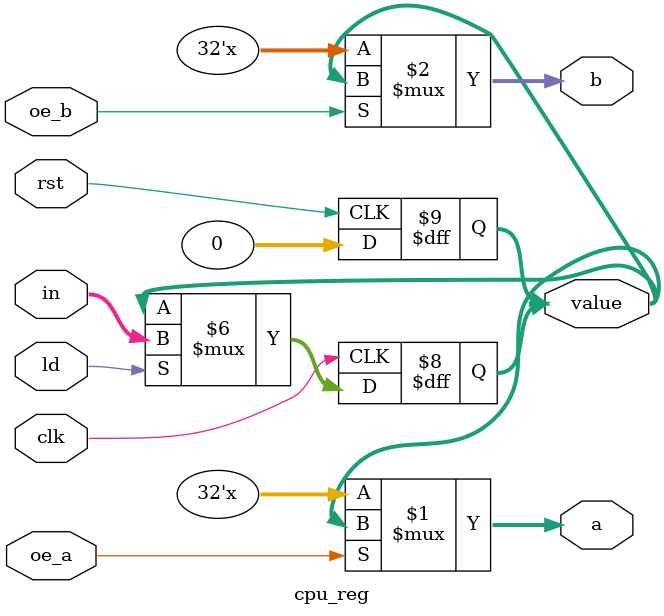
<source format=sv>
module cpu_reg #(
    parameter integer SIZE = 32,
    parameter logic [SIZE-1:0] INITIAL_VAL = 0
) (
    input clk,
    input rst,
    output tri [SIZE-1:0] a,
    output tri [SIZE-1:0] b,
    input [SIZE-1:0] in,
    input oe_a,
    input oe_b,
    input ld,
    output logic [SIZE-1:0] value = INITIAL_VAL  // only if you need to direclty access (not on the data/addr bus)
);

  assign a = oe_a ? value : 'hz;
  assign b = oe_b ? value : 'hz;

  always @(posedge rst) value <= INITIAL_VAL;

  always_ff @(posedge clk) begin
    if (ld) value <= in;
  end
endmodule

</source>
